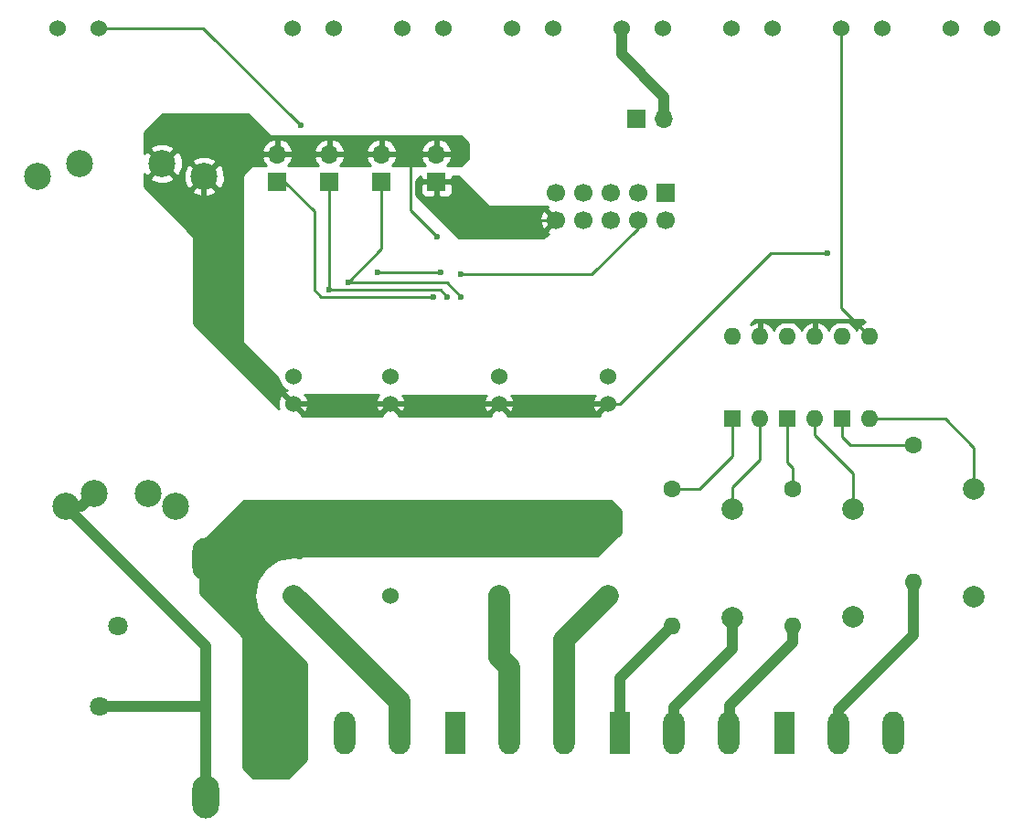
<source format=gbl>
G04 #@! TF.FileFunction,Copper,L2,Bot,Signal*
%FSLAX46Y46*%
G04 Gerber Fmt 4.6, Leading zero omitted, Abs format (unit mm)*
G04 Created by KiCad (PCBNEW 4.0.5+dfsg1-4) date Tue Dec 12 22:09:06 2017*
%MOMM*%
%LPD*%
G01*
G04 APERTURE LIST*
%ADD10C,0.100000*%
%ADD11C,2.500000*%
%ADD12C,1.524000*%
%ADD13R,1.700000X1.700000*%
%ADD14C,1.700000*%
%ADD15O,2.499360X4.000500*%
%ADD16C,1.800000*%
%ADD17C,1.600000*%
%ADD18O,1.600000X1.600000*%
%ADD19R,1.600000X1.600000*%
%ADD20O,1.700000X1.700000*%
%ADD21C,2.000000*%
%ADD22R,1.980000X3.960000*%
%ADD23O,1.980000X3.960000*%
%ADD24C,0.600000*%
%ADD25C,0.250000*%
%ADD26C,0.508000*%
%ADD27C,1.000000*%
%ADD28C,2.000000*%
%ADD29C,0.254000*%
G04 APERTURE END LIST*
D10*
D11*
X24932000Y-69310000D03*
X29932000Y-69310000D03*
X19732000Y-39910000D03*
X35132000Y-39910000D03*
X22352000Y-70485000D03*
X32512000Y-70485000D03*
X23622000Y-38735000D03*
X31242000Y-38735000D03*
D12*
X73787000Y-26162000D03*
X77597000Y-26162000D03*
X21590000Y-26162000D03*
X25400000Y-26162000D03*
D13*
X77851000Y-41402000D03*
D14*
X77851000Y-43942000D03*
X75311000Y-41402000D03*
X75311000Y-43942000D03*
X72771000Y-41402000D03*
X72771000Y-43942000D03*
X70231000Y-41402000D03*
X70231000Y-43942000D03*
X67691000Y-41402000D03*
X67691000Y-43942000D03*
D15*
X35306000Y-75359260D03*
X35306000Y-97360740D03*
D16*
X27178000Y-81534000D03*
X25478000Y-89034000D03*
D17*
X78486000Y-68834000D03*
D18*
X78486000Y-81534000D03*
D17*
X89662000Y-68834000D03*
D18*
X89662000Y-81534000D03*
D17*
X100838000Y-64770000D03*
D18*
X100838000Y-77470000D03*
D19*
X84074000Y-62357000D03*
D18*
X86614000Y-54737000D03*
X86614000Y-62357000D03*
X84074000Y-54737000D03*
D19*
X89154000Y-62357000D03*
D18*
X91694000Y-54737000D03*
X91694000Y-62357000D03*
X89154000Y-54737000D03*
D19*
X94234000Y-62357000D03*
D18*
X96774000Y-54737000D03*
X96774000Y-62357000D03*
X94234000Y-54737000D03*
D12*
X104267000Y-26162000D03*
X108077000Y-26162000D03*
X94107000Y-26162000D03*
X97917000Y-26162000D03*
X83947000Y-26162000D03*
X87757000Y-26162000D03*
X63627000Y-26162000D03*
X67437000Y-26162000D03*
X53467000Y-26162000D03*
X57277000Y-26162000D03*
X43307000Y-26162000D03*
X47117000Y-26162000D03*
D13*
X41910000Y-40386000D03*
D20*
X41910000Y-37846000D03*
D13*
X46736000Y-40386000D03*
D20*
X46736000Y-37846000D03*
D13*
X51562000Y-40386000D03*
D20*
X51562000Y-37846000D03*
D13*
X56642000Y-40386000D03*
D20*
X56642000Y-37846000D03*
D12*
X72491600Y-58420000D03*
X72491600Y-60960000D03*
X72491600Y-71120000D03*
X72491600Y-78740000D03*
X52374800Y-58420000D03*
X52374800Y-60960000D03*
X52374800Y-71120000D03*
X52374800Y-78740000D03*
X43383200Y-58420000D03*
X43383200Y-60960000D03*
X43383200Y-71120000D03*
X43383200Y-78740000D03*
X62433200Y-58420000D03*
X62433200Y-60960000D03*
X62433200Y-71120000D03*
X62433200Y-78740000D03*
D21*
X106426000Y-68834000D03*
X106426000Y-78834000D03*
X95250000Y-70713600D03*
X95250000Y-80713600D03*
X84074000Y-70764400D03*
X84074000Y-80764400D03*
D22*
X43180000Y-91440000D03*
D23*
X48180000Y-91440000D03*
X53180000Y-91440000D03*
D22*
X58420000Y-91440000D03*
D23*
X63420000Y-91440000D03*
X68420000Y-91440000D03*
D22*
X73660000Y-91440000D03*
D23*
X78660000Y-91440000D03*
X83660000Y-91440000D03*
D22*
X88900000Y-91440000D03*
D23*
X93900000Y-91440000D03*
X98900000Y-91440000D03*
D13*
X75184000Y-34544000D03*
D20*
X77724000Y-34544000D03*
D24*
X56705500Y-45529500D03*
X92837000Y-46990000D03*
X58928000Y-48971200D03*
X44094400Y-35204400D03*
X56388000Y-51054000D03*
X57658000Y-51054000D03*
X46736000Y-50393600D03*
X58928000Y-51054000D03*
X48463200Y-49733200D03*
X51206400Y-48768000D03*
X57048400Y-48768000D03*
D25*
X54229000Y-37846000D02*
X54229000Y-43053000D01*
X54229000Y-43053000D02*
X56705500Y-45529500D01*
X72491600Y-60960000D02*
X73660000Y-60960000D01*
X87630000Y-46990000D02*
X92837000Y-46990000D01*
X73660000Y-60960000D02*
X87630000Y-46990000D01*
D26*
X43383200Y-60960000D02*
X54610000Y-60960000D01*
X35132000Y-39910000D02*
X35132000Y-52708800D01*
X35132000Y-52708800D02*
X43383200Y-60960000D01*
D25*
X35132000Y-39910000D02*
X35185600Y-39910000D01*
X56708000Y-37912000D02*
X56642000Y-37846000D01*
D26*
X64770000Y-60960000D02*
X72491600Y-60960000D01*
X54610000Y-60960000D02*
X64770000Y-60960000D01*
D25*
X41910000Y-37846000D02*
X46736000Y-37846000D01*
X36942000Y-37846000D02*
X35132000Y-39910000D01*
X41910000Y-37846000D02*
X36942000Y-37846000D01*
X46736000Y-37846000D02*
X51562000Y-37846000D01*
X51562000Y-37846000D02*
X53975000Y-37846000D01*
X53975000Y-37846000D02*
X54229000Y-37846000D01*
X54229000Y-37846000D02*
X56642000Y-37846000D01*
X86614000Y-54737000D02*
X86614000Y-53467000D01*
X86741000Y-53340000D02*
X91821000Y-53340000D01*
X86614000Y-53467000D02*
X86741000Y-53340000D01*
X91694000Y-54737000D02*
X91694000Y-53467000D01*
X91694000Y-53467000D02*
X91821000Y-53340000D01*
X91821000Y-53340000D02*
X95377000Y-53340000D01*
X94107000Y-26162000D02*
X94107000Y-52070000D01*
X94107000Y-52070000D02*
X95377000Y-53340000D01*
X95377000Y-53340000D02*
X96774000Y-54737000D01*
D27*
X73787000Y-28575000D02*
X73787000Y-26162000D01*
X77724000Y-34544000D02*
X77724000Y-32512000D01*
X77724000Y-32512000D02*
X73787000Y-28575000D01*
D25*
X75311000Y-43942000D02*
X75311000Y-44704000D01*
X58928000Y-48971200D02*
X71043800Y-48971200D01*
X71043800Y-48971200D02*
X75311000Y-44704000D01*
D27*
X43180000Y-91440000D02*
X43180000Y-86363250D01*
X35306000Y-78489250D02*
X35306000Y-75359260D01*
X43180000Y-86363250D02*
X35306000Y-78489250D01*
D28*
X39545300Y-71120000D02*
X45720000Y-71120000D01*
X35306000Y-75359300D02*
X39545300Y-71120000D01*
X35735300Y-75359300D02*
X35306000Y-75359300D01*
X64770000Y-71120000D02*
X72491600Y-71120000D01*
X54610000Y-71120000D02*
X64770000Y-71120000D01*
X54610000Y-71120000D02*
X45720000Y-71120000D01*
D27*
X22352000Y-70485000D02*
X23757000Y-70485000D01*
X23757000Y-70485000D02*
X24932000Y-69310000D01*
X35306000Y-89034000D02*
X35306000Y-83439000D01*
X35306000Y-83439000D02*
X22352000Y-70485000D01*
X25478000Y-89034000D02*
X35306000Y-89034000D01*
X35186000Y-89154000D02*
X35306000Y-89154000D01*
X35306000Y-89034000D02*
X35186000Y-89154000D01*
X35306000Y-89034000D02*
X35306000Y-89154000D01*
X35306000Y-89154000D02*
X35306000Y-97360700D01*
D25*
X58928000Y-40386000D02*
X56642000Y-40386000D01*
X62484000Y-43942000D02*
X58928000Y-40386000D01*
X67691000Y-43942000D02*
X62484000Y-43942000D01*
D28*
X53180000Y-91440000D02*
X53180000Y-88536800D01*
X53180000Y-88536800D02*
X43383200Y-78740000D01*
X63420000Y-91440000D02*
X63420000Y-85416400D01*
X62433200Y-84429600D02*
X62433200Y-78740000D01*
X63420000Y-85416400D02*
X62433200Y-84429600D01*
X68420000Y-91440000D02*
X68420000Y-82811600D01*
X68420000Y-82811600D02*
X72491600Y-78740000D01*
D25*
X84074000Y-70764400D02*
X84074000Y-68707000D01*
X86614000Y-66167000D02*
X86614000Y-62357000D01*
X84074000Y-68707000D02*
X86614000Y-66167000D01*
X95250000Y-70713600D02*
X95250000Y-67437000D01*
X91694000Y-63881000D02*
X91694000Y-62357000D01*
X95250000Y-67437000D02*
X91694000Y-63881000D01*
X96774000Y-62357000D02*
X103759000Y-62357000D01*
X106426000Y-65024000D02*
X106426000Y-68834000D01*
X103759000Y-62357000D02*
X106426000Y-65024000D01*
D27*
X73660000Y-91440000D02*
X73660000Y-86360000D01*
X73660000Y-86360000D02*
X78486000Y-81534000D01*
X78660000Y-91440000D02*
X78660000Y-89107000D01*
X84074000Y-83693000D02*
X84074000Y-80786000D01*
X78660000Y-89107000D02*
X84074000Y-83693000D01*
X83820000Y-91440000D02*
X83660000Y-91440000D01*
X83820000Y-88900000D02*
X83820000Y-91440000D01*
X89662000Y-83058000D02*
X83820000Y-88900000D01*
X89662000Y-81534000D02*
X89662000Y-83058000D01*
X100838000Y-77470000D02*
X100838000Y-82423000D01*
X100736400Y-82524600D02*
X93900000Y-89361000D01*
X100838000Y-82423000D02*
X100736400Y-82524600D01*
X93900000Y-89361000D02*
X93900000Y-91440000D01*
X93900000Y-89361000D02*
X93900000Y-91440000D01*
D25*
X78486000Y-68834000D02*
X81026000Y-68834000D01*
X84074000Y-65786000D02*
X84074000Y-62357000D01*
X81026000Y-68834000D02*
X84074000Y-65786000D01*
X89662000Y-68834000D02*
X89662000Y-66929000D01*
X89154000Y-66421000D02*
X89154000Y-62357000D01*
X89662000Y-66929000D02*
X89154000Y-66421000D01*
X100838000Y-64770000D02*
X94996000Y-64770000D01*
X94234000Y-64008000D02*
X94234000Y-62357000D01*
X94996000Y-64770000D02*
X94234000Y-64008000D01*
X44094400Y-35204400D02*
X35052000Y-26162000D01*
X35052000Y-26162000D02*
X25400000Y-26162000D01*
X46926500Y-51054000D02*
X45923200Y-51054000D01*
X45307250Y-50438050D02*
X45307250Y-49434750D01*
X45923200Y-51054000D02*
X45307250Y-50438050D01*
X45307250Y-43148250D02*
X45307250Y-49434750D01*
X42545000Y-40386000D02*
X45307250Y-43148250D01*
X41910000Y-40386000D02*
X42545000Y-40386000D01*
X56388000Y-51054000D02*
X46926500Y-51054000D01*
X46736000Y-50393600D02*
X56997600Y-50393600D01*
X56997600Y-50393600D02*
X57658000Y-51054000D01*
X46736000Y-50393600D02*
X46736000Y-40386000D01*
X48463200Y-49733200D02*
X57607200Y-49733200D01*
X57607200Y-49733200D02*
X58928000Y-51054000D01*
X48463200Y-49733200D02*
X51562000Y-46634400D01*
X51562000Y-46634400D02*
X51562000Y-40386000D01*
X57048400Y-48768000D02*
X51206400Y-48768000D01*
D29*
G36*
X73685400Y-70867806D02*
X73685400Y-72896194D01*
X71524594Y-75057000D01*
X44196000Y-75057000D01*
X44146590Y-75067006D01*
X44106197Y-75094197D01*
X43970561Y-75229833D01*
X43383200Y-75113000D01*
X41995207Y-75389089D01*
X40818524Y-76175324D01*
X40032289Y-77352007D01*
X39756200Y-78740000D01*
X40032289Y-80127993D01*
X40818524Y-81304676D01*
X44577000Y-85063152D01*
X44577000Y-90289361D01*
X44563000Y-90359744D01*
X44563000Y-92520256D01*
X44577000Y-92590639D01*
X44577000Y-93927394D01*
X42873394Y-95631000D01*
X39676606Y-95631000D01*
X38735000Y-94689394D01*
X38735000Y-82550000D01*
X38724994Y-82500590D01*
X38697803Y-82460197D01*
X37621109Y-81383503D01*
X37517123Y-81227877D01*
X34798000Y-78508754D01*
X34798000Y-73966606D01*
X38787606Y-69977000D01*
X72794594Y-69977000D01*
X73685400Y-70867806D01*
X73685400Y-70867806D01*
G37*
X73685400Y-70867806D02*
X73685400Y-72896194D01*
X71524594Y-75057000D01*
X44196000Y-75057000D01*
X44146590Y-75067006D01*
X44106197Y-75094197D01*
X43970561Y-75229833D01*
X43383200Y-75113000D01*
X41995207Y-75389089D01*
X40818524Y-76175324D01*
X40032289Y-77352007D01*
X39756200Y-78740000D01*
X40032289Y-80127993D01*
X40818524Y-81304676D01*
X44577000Y-85063152D01*
X44577000Y-90289361D01*
X44563000Y-90359744D01*
X44563000Y-92520256D01*
X44577000Y-92590639D01*
X44577000Y-93927394D01*
X42873394Y-95631000D01*
X39676606Y-95631000D01*
X38735000Y-94689394D01*
X38735000Y-82550000D01*
X38724994Y-82500590D01*
X38697803Y-82460197D01*
X37621109Y-81383503D01*
X37517123Y-81227877D01*
X34798000Y-78508754D01*
X34798000Y-73966606D01*
X38787606Y-69977000D01*
X72794594Y-69977000D01*
X73685400Y-70867806D01*
G36*
X41185197Y-36157803D02*
X41227211Y-36185666D01*
X41275000Y-36195000D01*
X58875394Y-36195000D01*
X59563000Y-36882606D01*
X59563000Y-38265741D01*
X59522503Y-38291091D01*
X58926194Y-38887400D01*
X57663506Y-38887400D01*
X57913645Y-38612924D01*
X58083476Y-38202890D01*
X57962155Y-37973000D01*
X56769000Y-37973000D01*
X56769000Y-37993000D01*
X56515000Y-37993000D01*
X56515000Y-37973000D01*
X55321845Y-37973000D01*
X55200524Y-38202890D01*
X55370355Y-38612924D01*
X55620494Y-38887400D01*
X52583506Y-38887400D01*
X52833645Y-38612924D01*
X53003476Y-38202890D01*
X52882155Y-37973000D01*
X51689000Y-37973000D01*
X51689000Y-37993000D01*
X51435000Y-37993000D01*
X51435000Y-37973000D01*
X50241845Y-37973000D01*
X50120524Y-38202890D01*
X50290355Y-38612924D01*
X50540494Y-38887400D01*
X47757506Y-38887400D01*
X48007645Y-38612924D01*
X48177476Y-38202890D01*
X48056155Y-37973000D01*
X46863000Y-37973000D01*
X46863000Y-37993000D01*
X46609000Y-37993000D01*
X46609000Y-37973000D01*
X45415845Y-37973000D01*
X45294524Y-38202890D01*
X45464355Y-38612924D01*
X45714494Y-38887400D01*
X42931506Y-38887400D01*
X43181645Y-38612924D01*
X43351476Y-38202890D01*
X43230155Y-37973000D01*
X42037000Y-37973000D01*
X42037000Y-37993000D01*
X41783000Y-37993000D01*
X41783000Y-37973000D01*
X40589845Y-37973000D01*
X40468524Y-38202890D01*
X40638355Y-38612924D01*
X40888494Y-38887400D01*
X39624000Y-38887400D01*
X39574590Y-38897406D01*
X39534197Y-38924597D01*
X38670597Y-39788197D01*
X38642734Y-39830211D01*
X38633400Y-39878000D01*
X38633400Y-55219600D01*
X38643406Y-55269010D01*
X38670597Y-55309403D01*
X41986021Y-58624827D01*
X41985958Y-58696661D01*
X42198190Y-59210303D01*
X42590830Y-59603629D01*
X42782927Y-59683395D01*
X42652057Y-59737603D01*
X42582592Y-59979787D01*
X43383200Y-60780395D01*
X43397343Y-60766253D01*
X43576948Y-60945858D01*
X43562805Y-60960000D01*
X44363413Y-61760608D01*
X44605597Y-61691143D01*
X44792344Y-61167698D01*
X44764562Y-60612632D01*
X44605597Y-60228857D01*
X44419355Y-60175438D01*
X51298538Y-60186941D01*
X51152403Y-60228857D01*
X50965656Y-60752302D01*
X50993438Y-61307368D01*
X51152403Y-61691143D01*
X51394587Y-61760608D01*
X52195195Y-60960000D01*
X52181053Y-60945858D01*
X52360658Y-60766253D01*
X52374800Y-60780395D01*
X52388943Y-60766253D01*
X52568548Y-60945858D01*
X52554405Y-60960000D01*
X53355013Y-61760608D01*
X53597197Y-61691143D01*
X53783944Y-61167698D01*
X53756162Y-60612632D01*
X53597197Y-60228857D01*
X53463685Y-60190562D01*
X61298636Y-60203664D01*
X61210803Y-60228857D01*
X61024056Y-60752302D01*
X61051838Y-61307368D01*
X61210803Y-61691143D01*
X61452987Y-61760608D01*
X62253595Y-60960000D01*
X62239453Y-60945858D01*
X62419058Y-60766253D01*
X62433200Y-60780395D01*
X62447343Y-60766253D01*
X62626948Y-60945858D01*
X62612805Y-60960000D01*
X63413413Y-61760608D01*
X63655597Y-61691143D01*
X63842344Y-61167698D01*
X63814562Y-60612632D01*
X63655597Y-60228857D01*
X63581071Y-60207481D01*
X71298734Y-60220387D01*
X71269203Y-60228857D01*
X71082456Y-60752302D01*
X71110238Y-61307368D01*
X71269203Y-61691143D01*
X71511387Y-61760608D01*
X72311995Y-60960000D01*
X72297853Y-60945858D01*
X72477458Y-60766253D01*
X72491600Y-60780395D01*
X72505743Y-60766253D01*
X72685348Y-60945858D01*
X72671205Y-60960000D01*
X72685348Y-60974143D01*
X72505743Y-61153748D01*
X72491600Y-61139605D01*
X71690992Y-61940213D01*
X71737684Y-62103000D01*
X63187116Y-62103000D01*
X63233808Y-61940213D01*
X62433200Y-61139605D01*
X61632592Y-61940213D01*
X61679284Y-62103000D01*
X53128716Y-62103000D01*
X53175408Y-61940213D01*
X52374800Y-61139605D01*
X51574192Y-61940213D01*
X51620884Y-62103000D01*
X44137116Y-62103000D01*
X44183808Y-61940213D01*
X43383200Y-61139605D01*
X43369058Y-61153748D01*
X43189453Y-60974143D01*
X43203595Y-60960000D01*
X42402987Y-60159392D01*
X42160803Y-60228857D01*
X41974056Y-60752302D01*
X42001838Y-61307368D01*
X42053361Y-61431755D01*
X34163000Y-53541394D01*
X34163000Y-45466000D01*
X34152994Y-45416590D01*
X34125803Y-45376197D01*
X29992926Y-41243320D01*
X33978285Y-41243320D01*
X34107533Y-41536123D01*
X34807806Y-41804388D01*
X35557435Y-41784250D01*
X36156467Y-41536123D01*
X36285715Y-41243320D01*
X35132000Y-40089605D01*
X33978285Y-41243320D01*
X29992926Y-41243320D01*
X29591000Y-40841394D01*
X29591000Y-40068320D01*
X30088285Y-40068320D01*
X30217533Y-40361123D01*
X30917806Y-40629388D01*
X31667435Y-40609250D01*
X32266467Y-40361123D01*
X32395715Y-40068320D01*
X31242000Y-38914605D01*
X30088285Y-40068320D01*
X29591000Y-40068320D01*
X29591000Y-39699409D01*
X29615877Y-39759467D01*
X29908680Y-39888715D01*
X31062395Y-38735000D01*
X31421605Y-38735000D01*
X32575320Y-39888715D01*
X32868123Y-39759467D01*
X32934650Y-39585806D01*
X33237612Y-39585806D01*
X33257750Y-40335435D01*
X33505877Y-40934467D01*
X33798680Y-41063715D01*
X34952395Y-39910000D01*
X35311605Y-39910000D01*
X36465320Y-41063715D01*
X36758123Y-40934467D01*
X37026388Y-40234194D01*
X37006250Y-39484565D01*
X36758123Y-38885533D01*
X36465320Y-38756285D01*
X35311605Y-39910000D01*
X34952395Y-39910000D01*
X33798680Y-38756285D01*
X33505877Y-38885533D01*
X33237612Y-39585806D01*
X32934650Y-39585806D01*
X33136388Y-39059194D01*
X33123426Y-38576680D01*
X33978285Y-38576680D01*
X35132000Y-39730395D01*
X36285715Y-38576680D01*
X36156467Y-38283877D01*
X35456194Y-38015612D01*
X34706565Y-38035750D01*
X34107533Y-38283877D01*
X33978285Y-38576680D01*
X33123426Y-38576680D01*
X33116250Y-38309565D01*
X32868123Y-37710533D01*
X32575320Y-37581285D01*
X31421605Y-38735000D01*
X31062395Y-38735000D01*
X29908680Y-37581285D01*
X29615877Y-37710533D01*
X29591000Y-37775471D01*
X29591000Y-37401680D01*
X30088285Y-37401680D01*
X31242000Y-38555395D01*
X32308285Y-37489110D01*
X40468524Y-37489110D01*
X40589845Y-37719000D01*
X41783000Y-37719000D01*
X41783000Y-36525181D01*
X42037000Y-36525181D01*
X42037000Y-37719000D01*
X43230155Y-37719000D01*
X43351476Y-37489110D01*
X45294524Y-37489110D01*
X45415845Y-37719000D01*
X46609000Y-37719000D01*
X46609000Y-36525181D01*
X46863000Y-36525181D01*
X46863000Y-37719000D01*
X48056155Y-37719000D01*
X48177476Y-37489110D01*
X50120524Y-37489110D01*
X50241845Y-37719000D01*
X51435000Y-37719000D01*
X51435000Y-36525181D01*
X51689000Y-36525181D01*
X51689000Y-37719000D01*
X52882155Y-37719000D01*
X53003476Y-37489110D01*
X55200524Y-37489110D01*
X55321845Y-37719000D01*
X56515000Y-37719000D01*
X56515000Y-36525181D01*
X56769000Y-36525181D01*
X56769000Y-37719000D01*
X57962155Y-37719000D01*
X58083476Y-37489110D01*
X57913645Y-37079076D01*
X57523358Y-36650817D01*
X56998892Y-36404514D01*
X56769000Y-36525181D01*
X56515000Y-36525181D01*
X56285108Y-36404514D01*
X55760642Y-36650817D01*
X55370355Y-37079076D01*
X55200524Y-37489110D01*
X53003476Y-37489110D01*
X52833645Y-37079076D01*
X52443358Y-36650817D01*
X51918892Y-36404514D01*
X51689000Y-36525181D01*
X51435000Y-36525181D01*
X51205108Y-36404514D01*
X50680642Y-36650817D01*
X50290355Y-37079076D01*
X50120524Y-37489110D01*
X48177476Y-37489110D01*
X48007645Y-37079076D01*
X47617358Y-36650817D01*
X47092892Y-36404514D01*
X46863000Y-36525181D01*
X46609000Y-36525181D01*
X46379108Y-36404514D01*
X45854642Y-36650817D01*
X45464355Y-37079076D01*
X45294524Y-37489110D01*
X43351476Y-37489110D01*
X43181645Y-37079076D01*
X42791358Y-36650817D01*
X42266892Y-36404514D01*
X42037000Y-36525181D01*
X41783000Y-36525181D01*
X41553108Y-36404514D01*
X41028642Y-36650817D01*
X40638355Y-37079076D01*
X40468524Y-37489110D01*
X32308285Y-37489110D01*
X32395715Y-37401680D01*
X32266467Y-37108877D01*
X31566194Y-36840612D01*
X30816565Y-36860750D01*
X30217533Y-37108877D01*
X30088285Y-37401680D01*
X29591000Y-37401680D01*
X29591000Y-35866606D01*
X31294606Y-34163000D01*
X39190394Y-34163000D01*
X41185197Y-36157803D01*
X41185197Y-36157803D01*
G37*
X41185197Y-36157803D02*
X41227211Y-36185666D01*
X41275000Y-36195000D01*
X58875394Y-36195000D01*
X59563000Y-36882606D01*
X59563000Y-38265741D01*
X59522503Y-38291091D01*
X58926194Y-38887400D01*
X57663506Y-38887400D01*
X57913645Y-38612924D01*
X58083476Y-38202890D01*
X57962155Y-37973000D01*
X56769000Y-37973000D01*
X56769000Y-37993000D01*
X56515000Y-37993000D01*
X56515000Y-37973000D01*
X55321845Y-37973000D01*
X55200524Y-38202890D01*
X55370355Y-38612924D01*
X55620494Y-38887400D01*
X52583506Y-38887400D01*
X52833645Y-38612924D01*
X53003476Y-38202890D01*
X52882155Y-37973000D01*
X51689000Y-37973000D01*
X51689000Y-37993000D01*
X51435000Y-37993000D01*
X51435000Y-37973000D01*
X50241845Y-37973000D01*
X50120524Y-38202890D01*
X50290355Y-38612924D01*
X50540494Y-38887400D01*
X47757506Y-38887400D01*
X48007645Y-38612924D01*
X48177476Y-38202890D01*
X48056155Y-37973000D01*
X46863000Y-37973000D01*
X46863000Y-37993000D01*
X46609000Y-37993000D01*
X46609000Y-37973000D01*
X45415845Y-37973000D01*
X45294524Y-38202890D01*
X45464355Y-38612924D01*
X45714494Y-38887400D01*
X42931506Y-38887400D01*
X43181645Y-38612924D01*
X43351476Y-38202890D01*
X43230155Y-37973000D01*
X42037000Y-37973000D01*
X42037000Y-37993000D01*
X41783000Y-37993000D01*
X41783000Y-37973000D01*
X40589845Y-37973000D01*
X40468524Y-38202890D01*
X40638355Y-38612924D01*
X40888494Y-38887400D01*
X39624000Y-38887400D01*
X39574590Y-38897406D01*
X39534197Y-38924597D01*
X38670597Y-39788197D01*
X38642734Y-39830211D01*
X38633400Y-39878000D01*
X38633400Y-55219600D01*
X38643406Y-55269010D01*
X38670597Y-55309403D01*
X41986021Y-58624827D01*
X41985958Y-58696661D01*
X42198190Y-59210303D01*
X42590830Y-59603629D01*
X42782927Y-59683395D01*
X42652057Y-59737603D01*
X42582592Y-59979787D01*
X43383200Y-60780395D01*
X43397343Y-60766253D01*
X43576948Y-60945858D01*
X43562805Y-60960000D01*
X44363413Y-61760608D01*
X44605597Y-61691143D01*
X44792344Y-61167698D01*
X44764562Y-60612632D01*
X44605597Y-60228857D01*
X44419355Y-60175438D01*
X51298538Y-60186941D01*
X51152403Y-60228857D01*
X50965656Y-60752302D01*
X50993438Y-61307368D01*
X51152403Y-61691143D01*
X51394587Y-61760608D01*
X52195195Y-60960000D01*
X52181053Y-60945858D01*
X52360658Y-60766253D01*
X52374800Y-60780395D01*
X52388943Y-60766253D01*
X52568548Y-60945858D01*
X52554405Y-60960000D01*
X53355013Y-61760608D01*
X53597197Y-61691143D01*
X53783944Y-61167698D01*
X53756162Y-60612632D01*
X53597197Y-60228857D01*
X53463685Y-60190562D01*
X61298636Y-60203664D01*
X61210803Y-60228857D01*
X61024056Y-60752302D01*
X61051838Y-61307368D01*
X61210803Y-61691143D01*
X61452987Y-61760608D01*
X62253595Y-60960000D01*
X62239453Y-60945858D01*
X62419058Y-60766253D01*
X62433200Y-60780395D01*
X62447343Y-60766253D01*
X62626948Y-60945858D01*
X62612805Y-60960000D01*
X63413413Y-61760608D01*
X63655597Y-61691143D01*
X63842344Y-61167698D01*
X63814562Y-60612632D01*
X63655597Y-60228857D01*
X63581071Y-60207481D01*
X71298734Y-60220387D01*
X71269203Y-60228857D01*
X71082456Y-60752302D01*
X71110238Y-61307368D01*
X71269203Y-61691143D01*
X71511387Y-61760608D01*
X72311995Y-60960000D01*
X72297853Y-60945858D01*
X72477458Y-60766253D01*
X72491600Y-60780395D01*
X72505743Y-60766253D01*
X72685348Y-60945858D01*
X72671205Y-60960000D01*
X72685348Y-60974143D01*
X72505743Y-61153748D01*
X72491600Y-61139605D01*
X71690992Y-61940213D01*
X71737684Y-62103000D01*
X63187116Y-62103000D01*
X63233808Y-61940213D01*
X62433200Y-61139605D01*
X61632592Y-61940213D01*
X61679284Y-62103000D01*
X53128716Y-62103000D01*
X53175408Y-61940213D01*
X52374800Y-61139605D01*
X51574192Y-61940213D01*
X51620884Y-62103000D01*
X44137116Y-62103000D01*
X44183808Y-61940213D01*
X43383200Y-61139605D01*
X43369058Y-61153748D01*
X43189453Y-60974143D01*
X43203595Y-60960000D01*
X42402987Y-60159392D01*
X42160803Y-60228857D01*
X41974056Y-60752302D01*
X42001838Y-61307368D01*
X42053361Y-61431755D01*
X34163000Y-53541394D01*
X34163000Y-45466000D01*
X34152994Y-45416590D01*
X34125803Y-45376197D01*
X29992926Y-41243320D01*
X33978285Y-41243320D01*
X34107533Y-41536123D01*
X34807806Y-41804388D01*
X35557435Y-41784250D01*
X36156467Y-41536123D01*
X36285715Y-41243320D01*
X35132000Y-40089605D01*
X33978285Y-41243320D01*
X29992926Y-41243320D01*
X29591000Y-40841394D01*
X29591000Y-40068320D01*
X30088285Y-40068320D01*
X30217533Y-40361123D01*
X30917806Y-40629388D01*
X31667435Y-40609250D01*
X32266467Y-40361123D01*
X32395715Y-40068320D01*
X31242000Y-38914605D01*
X30088285Y-40068320D01*
X29591000Y-40068320D01*
X29591000Y-39699409D01*
X29615877Y-39759467D01*
X29908680Y-39888715D01*
X31062395Y-38735000D01*
X31421605Y-38735000D01*
X32575320Y-39888715D01*
X32868123Y-39759467D01*
X32934650Y-39585806D01*
X33237612Y-39585806D01*
X33257750Y-40335435D01*
X33505877Y-40934467D01*
X33798680Y-41063715D01*
X34952395Y-39910000D01*
X35311605Y-39910000D01*
X36465320Y-41063715D01*
X36758123Y-40934467D01*
X37026388Y-40234194D01*
X37006250Y-39484565D01*
X36758123Y-38885533D01*
X36465320Y-38756285D01*
X35311605Y-39910000D01*
X34952395Y-39910000D01*
X33798680Y-38756285D01*
X33505877Y-38885533D01*
X33237612Y-39585806D01*
X32934650Y-39585806D01*
X33136388Y-39059194D01*
X33123426Y-38576680D01*
X33978285Y-38576680D01*
X35132000Y-39730395D01*
X36285715Y-38576680D01*
X36156467Y-38283877D01*
X35456194Y-38015612D01*
X34706565Y-38035750D01*
X34107533Y-38283877D01*
X33978285Y-38576680D01*
X33123426Y-38576680D01*
X33116250Y-38309565D01*
X32868123Y-37710533D01*
X32575320Y-37581285D01*
X31421605Y-38735000D01*
X31062395Y-38735000D01*
X29908680Y-37581285D01*
X29615877Y-37710533D01*
X29591000Y-37775471D01*
X29591000Y-37401680D01*
X30088285Y-37401680D01*
X31242000Y-38555395D01*
X32308285Y-37489110D01*
X40468524Y-37489110D01*
X40589845Y-37719000D01*
X41783000Y-37719000D01*
X41783000Y-36525181D01*
X42037000Y-36525181D01*
X42037000Y-37719000D01*
X43230155Y-37719000D01*
X43351476Y-37489110D01*
X45294524Y-37489110D01*
X45415845Y-37719000D01*
X46609000Y-37719000D01*
X46609000Y-36525181D01*
X46863000Y-36525181D01*
X46863000Y-37719000D01*
X48056155Y-37719000D01*
X48177476Y-37489110D01*
X50120524Y-37489110D01*
X50241845Y-37719000D01*
X51435000Y-37719000D01*
X51435000Y-36525181D01*
X51689000Y-36525181D01*
X51689000Y-37719000D01*
X52882155Y-37719000D01*
X53003476Y-37489110D01*
X55200524Y-37489110D01*
X55321845Y-37719000D01*
X56515000Y-37719000D01*
X56515000Y-36525181D01*
X56769000Y-36525181D01*
X56769000Y-37719000D01*
X57962155Y-37719000D01*
X58083476Y-37489110D01*
X57913645Y-37079076D01*
X57523358Y-36650817D01*
X56998892Y-36404514D01*
X56769000Y-36525181D01*
X56515000Y-36525181D01*
X56285108Y-36404514D01*
X55760642Y-36650817D01*
X55370355Y-37079076D01*
X55200524Y-37489110D01*
X53003476Y-37489110D01*
X52833645Y-37079076D01*
X52443358Y-36650817D01*
X51918892Y-36404514D01*
X51689000Y-36525181D01*
X51435000Y-36525181D01*
X51205108Y-36404514D01*
X50680642Y-36650817D01*
X50290355Y-37079076D01*
X50120524Y-37489110D01*
X48177476Y-37489110D01*
X48007645Y-37079076D01*
X47617358Y-36650817D01*
X47092892Y-36404514D01*
X46863000Y-36525181D01*
X46609000Y-36525181D01*
X46379108Y-36404514D01*
X45854642Y-36650817D01*
X45464355Y-37079076D01*
X45294524Y-37489110D01*
X43351476Y-37489110D01*
X43181645Y-37079076D01*
X42791358Y-36650817D01*
X42266892Y-36404514D01*
X42037000Y-36525181D01*
X41783000Y-36525181D01*
X41553108Y-36404514D01*
X41028642Y-36650817D01*
X40638355Y-37079076D01*
X40468524Y-37489110D01*
X32308285Y-37489110D01*
X32395715Y-37401680D01*
X32266467Y-37108877D01*
X31566194Y-36840612D01*
X30816565Y-36860750D01*
X30217533Y-37108877D01*
X30088285Y-37401680D01*
X29591000Y-37401680D01*
X29591000Y-35866606D01*
X31294606Y-34163000D01*
X39190394Y-34163000D01*
X41185197Y-36157803D01*
G36*
X61378197Y-42634803D02*
X61420211Y-42662666D01*
X61468000Y-42672000D01*
X66877164Y-42672000D01*
X66896312Y-42679951D01*
X66826647Y-42898042D01*
X67564000Y-43635395D01*
X67564000Y-44248605D01*
X66826647Y-44985958D01*
X66906920Y-45237259D01*
X66995150Y-45269265D01*
X66509548Y-45593000D01*
X58726606Y-45593000D01*
X56846885Y-43713279D01*
X66194282Y-43713279D01*
X66220685Y-44303458D01*
X66395741Y-44726080D01*
X66647042Y-44806353D01*
X67511395Y-43942000D01*
X66647042Y-43077647D01*
X66395741Y-43157920D01*
X66194282Y-43713279D01*
X56846885Y-43713279D01*
X54737000Y-41603394D01*
X54737000Y-40671750D01*
X55157000Y-40671750D01*
X55157000Y-41362310D01*
X55253673Y-41595699D01*
X55432302Y-41774327D01*
X55665691Y-41871000D01*
X56356250Y-41871000D01*
X56515000Y-41712250D01*
X56515000Y-40513000D01*
X56769000Y-40513000D01*
X56769000Y-41712250D01*
X56927750Y-41871000D01*
X57618309Y-41871000D01*
X57851698Y-41774327D01*
X58030327Y-41595699D01*
X58127000Y-41362310D01*
X58127000Y-40671750D01*
X57968250Y-40513000D01*
X56769000Y-40513000D01*
X56515000Y-40513000D01*
X55315750Y-40513000D01*
X55157000Y-40671750D01*
X54737000Y-40671750D01*
X54737000Y-40311606D01*
X55157000Y-39891606D01*
X55157000Y-40100250D01*
X55315750Y-40259000D01*
X56515000Y-40259000D01*
X56515000Y-40239000D01*
X56769000Y-40239000D01*
X56769000Y-40259000D01*
X57968250Y-40259000D01*
X58127000Y-40100250D01*
X58127000Y-39878000D01*
X58621394Y-39878000D01*
X61378197Y-42634803D01*
X61378197Y-42634803D01*
G37*
X61378197Y-42634803D02*
X61420211Y-42662666D01*
X61468000Y-42672000D01*
X66877164Y-42672000D01*
X66896312Y-42679951D01*
X66826647Y-42898042D01*
X67564000Y-43635395D01*
X67564000Y-44248605D01*
X66826647Y-44985958D01*
X66906920Y-45237259D01*
X66995150Y-45269265D01*
X66509548Y-45593000D01*
X58726606Y-45593000D01*
X56846885Y-43713279D01*
X66194282Y-43713279D01*
X66220685Y-44303458D01*
X66395741Y-44726080D01*
X66647042Y-44806353D01*
X67511395Y-43942000D01*
X66647042Y-43077647D01*
X66395741Y-43157920D01*
X66194282Y-43713279D01*
X56846885Y-43713279D01*
X54737000Y-41603394D01*
X54737000Y-40671750D01*
X55157000Y-40671750D01*
X55157000Y-41362310D01*
X55253673Y-41595699D01*
X55432302Y-41774327D01*
X55665691Y-41871000D01*
X56356250Y-41871000D01*
X56515000Y-41712250D01*
X56515000Y-40513000D01*
X56769000Y-40513000D01*
X56769000Y-41712250D01*
X56927750Y-41871000D01*
X57618309Y-41871000D01*
X57851698Y-41774327D01*
X58030327Y-41595699D01*
X58127000Y-41362310D01*
X58127000Y-40671750D01*
X57968250Y-40513000D01*
X56769000Y-40513000D01*
X56515000Y-40513000D01*
X55315750Y-40513000D01*
X55157000Y-40671750D01*
X54737000Y-40671750D01*
X54737000Y-40311606D01*
X55157000Y-39891606D01*
X55157000Y-40100250D01*
X55315750Y-40259000D01*
X56515000Y-40259000D01*
X56515000Y-40239000D01*
X56769000Y-40239000D01*
X56769000Y-40259000D01*
X57968250Y-40259000D01*
X58127000Y-40100250D01*
X58127000Y-39878000D01*
X58621394Y-39878000D01*
X61378197Y-42634803D01*
G36*
X96901000Y-54610000D02*
X96921000Y-54610000D01*
X96921000Y-54864000D01*
X96901000Y-54864000D01*
X96901000Y-54884000D01*
X96647000Y-54884000D01*
X96647000Y-54864000D01*
X96627000Y-54864000D01*
X96627000Y-54610000D01*
X96647000Y-54610000D01*
X96647000Y-54590000D01*
X96901000Y-54590000D01*
X96901000Y-54610000D01*
X96901000Y-54610000D01*
G37*
X96901000Y-54610000D02*
X96921000Y-54610000D01*
X96921000Y-54864000D01*
X96901000Y-54864000D01*
X96901000Y-54884000D01*
X96647000Y-54884000D01*
X96647000Y-54864000D01*
X96627000Y-54864000D01*
X96627000Y-54610000D01*
X96647000Y-54610000D01*
X96647000Y-54590000D01*
X96901000Y-54590000D01*
X96901000Y-54610000D01*
G36*
X96278961Y-53405567D02*
X96036577Y-53505959D01*
X95621611Y-53881866D01*
X95518986Y-54098703D01*
X95248698Y-53694189D01*
X94783151Y-53383120D01*
X94234000Y-53273887D01*
X93684849Y-53383120D01*
X93219302Y-53694189D01*
X92949014Y-54098703D01*
X92846389Y-53881866D01*
X92431423Y-53505959D01*
X92043039Y-53345096D01*
X91821000Y-53467085D01*
X91821000Y-54610000D01*
X91841000Y-54610000D01*
X91841000Y-54864000D01*
X91821000Y-54864000D01*
X91821000Y-54884000D01*
X91567000Y-54884000D01*
X91567000Y-54864000D01*
X91547000Y-54864000D01*
X91547000Y-54610000D01*
X91567000Y-54610000D01*
X91567000Y-53467085D01*
X91344961Y-53345096D01*
X90956577Y-53505959D01*
X90541611Y-53881866D01*
X90438986Y-54098703D01*
X90168698Y-53694189D01*
X89703151Y-53383120D01*
X89154000Y-53273887D01*
X88604849Y-53383120D01*
X88139302Y-53694189D01*
X87869014Y-54098703D01*
X87766389Y-53881866D01*
X87351423Y-53505959D01*
X86963039Y-53345096D01*
X86741000Y-53467085D01*
X86741000Y-54610000D01*
X86761000Y-54610000D01*
X86761000Y-54864000D01*
X86741000Y-54864000D01*
X86741000Y-54884000D01*
X86487000Y-54884000D01*
X86487000Y-54864000D01*
X86467000Y-54864000D01*
X86467000Y-54610000D01*
X86487000Y-54610000D01*
X86487000Y-53467085D01*
X86264961Y-53345096D01*
X85876577Y-53505959D01*
X85760456Y-53611150D01*
X86158606Y-53213000D01*
X96086394Y-53213000D01*
X96278961Y-53405567D01*
X96278961Y-53405567D01*
G37*
X96278961Y-53405567D02*
X96036577Y-53505959D01*
X95621611Y-53881866D01*
X95518986Y-54098703D01*
X95248698Y-53694189D01*
X94783151Y-53383120D01*
X94234000Y-53273887D01*
X93684849Y-53383120D01*
X93219302Y-53694189D01*
X92949014Y-54098703D01*
X92846389Y-53881866D01*
X92431423Y-53505959D01*
X92043039Y-53345096D01*
X91821000Y-53467085D01*
X91821000Y-54610000D01*
X91841000Y-54610000D01*
X91841000Y-54864000D01*
X91821000Y-54864000D01*
X91821000Y-54884000D01*
X91567000Y-54884000D01*
X91567000Y-54864000D01*
X91547000Y-54864000D01*
X91547000Y-54610000D01*
X91567000Y-54610000D01*
X91567000Y-53467085D01*
X91344961Y-53345096D01*
X90956577Y-53505959D01*
X90541611Y-53881866D01*
X90438986Y-54098703D01*
X90168698Y-53694189D01*
X89703151Y-53383120D01*
X89154000Y-53273887D01*
X88604849Y-53383120D01*
X88139302Y-53694189D01*
X87869014Y-54098703D01*
X87766389Y-53881866D01*
X87351423Y-53505959D01*
X86963039Y-53345096D01*
X86741000Y-53467085D01*
X86741000Y-54610000D01*
X86761000Y-54610000D01*
X86761000Y-54864000D01*
X86741000Y-54864000D01*
X86741000Y-54884000D01*
X86487000Y-54884000D01*
X86487000Y-54864000D01*
X86467000Y-54864000D01*
X86467000Y-54610000D01*
X86487000Y-54610000D01*
X86487000Y-53467085D01*
X86264961Y-53345096D01*
X85876577Y-53505959D01*
X85760456Y-53611150D01*
X86158606Y-53213000D01*
X96086394Y-53213000D01*
X96278961Y-53405567D01*
M02*

</source>
